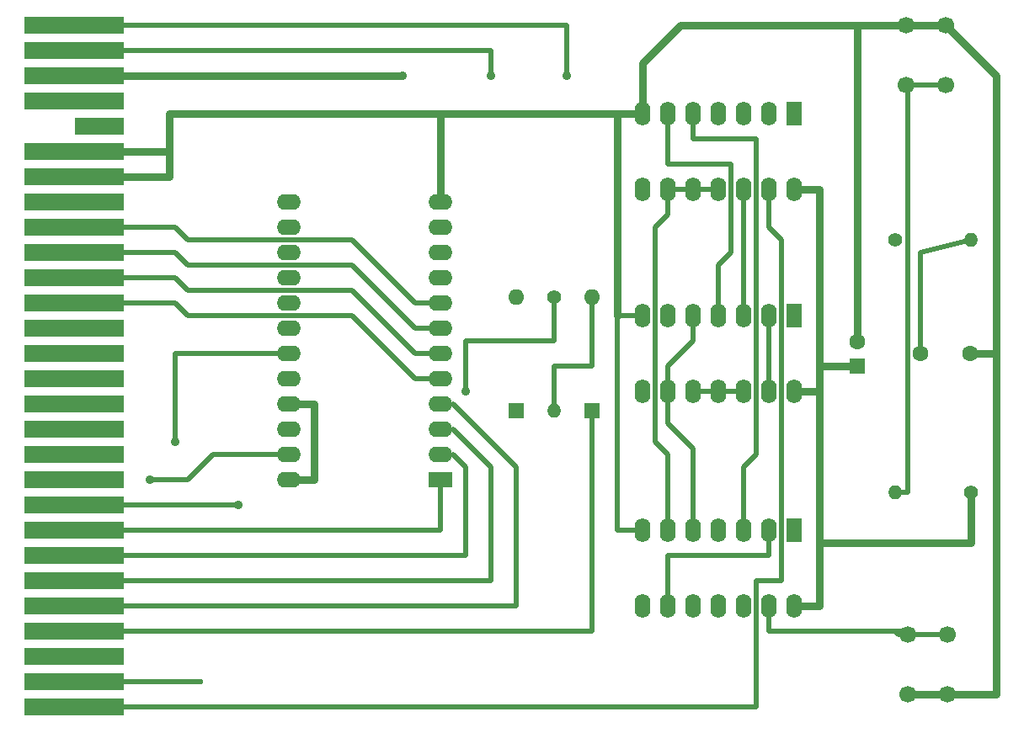
<source format=gbl>
G04 #@! TF.FileFunction,Copper,L2,Bot,Signal*
%FSLAX46Y46*%
G04 Gerber Fmt 4.6, Leading zero omitted, Abs format (unit mm)*
G04 Created by KiCad (PCBNEW 4.0.6) date 06/02/17 16:23:04*
%MOMM*%
%LPD*%
G01*
G04 APERTURE LIST*
%ADD10C,0.100000*%
%ADD11R,2.400000X1.600000*%
%ADD12O,2.400000X1.600000*%
%ADD13C,1.600000*%
%ADD14C,1.400000*%
%ADD15O,1.400000X1.400000*%
%ADD16C,1.700000*%
%ADD17R,1.600000X2.400000*%
%ADD18O,1.600000X2.400000*%
%ADD19R,1.600000X1.600000*%
%ADD20O,1.600000X1.600000*%
%ADD21R,10.000000X1.700000*%
%ADD22R,5.000000X1.700000*%
%ADD23C,0.900000*%
%ADD24C,0.600000*%
%ADD25C,0.508000*%
%ADD26C,0.762000*%
%ADD27C,0.304800*%
G04 APERTURE END LIST*
D10*
D11*
X127000000Y-97790000D03*
D12*
X111760000Y-69850000D03*
X127000000Y-95250000D03*
X111760000Y-72390000D03*
X127000000Y-92710000D03*
X111760000Y-74930000D03*
X127000000Y-90170000D03*
X111760000Y-77470000D03*
X127000000Y-87630000D03*
X111760000Y-80010000D03*
X127000000Y-85090000D03*
X111760000Y-82550000D03*
X127000000Y-82550000D03*
X111760000Y-85090000D03*
X127000000Y-80010000D03*
X111760000Y-87630000D03*
X127000000Y-77470000D03*
X111760000Y-90170000D03*
X127000000Y-74930000D03*
X111760000Y-92710000D03*
X127000000Y-72390000D03*
X111760000Y-95250000D03*
X127000000Y-69850000D03*
X111760000Y-97790000D03*
D13*
X175260000Y-85090000D03*
X180260000Y-85090000D03*
D14*
X172720000Y-73660000D03*
D15*
X180340000Y-73660000D03*
D14*
X180340000Y-99060000D03*
D15*
X172720000Y-99060000D03*
D16*
X173800000Y-58070000D03*
X173800000Y-52070000D03*
X177800000Y-58070000D03*
X177800000Y-52070000D03*
X177990000Y-113380000D03*
X177990000Y-119380000D03*
X173990000Y-113380000D03*
X173990000Y-119380000D03*
D17*
X162560000Y-81280000D03*
D18*
X147320000Y-88900000D03*
X160020000Y-81280000D03*
X149860000Y-88900000D03*
X157480000Y-81280000D03*
X152400000Y-88900000D03*
X154940000Y-81280000D03*
X154940000Y-88900000D03*
X152400000Y-81280000D03*
X157480000Y-88900000D03*
X149860000Y-81280000D03*
X160020000Y-88900000D03*
X147320000Y-81280000D03*
X162560000Y-88900000D03*
D17*
X162560000Y-102870000D03*
D18*
X147320000Y-110490000D03*
X160020000Y-102870000D03*
X149860000Y-110490000D03*
X157480000Y-102870000D03*
X152400000Y-110490000D03*
X154940000Y-102870000D03*
X154940000Y-110490000D03*
X152400000Y-102870000D03*
X157480000Y-110490000D03*
X149860000Y-102870000D03*
X160020000Y-110490000D03*
X147320000Y-102870000D03*
X162560000Y-110490000D03*
D17*
X162560000Y-60960000D03*
D18*
X147320000Y-68580000D03*
X160020000Y-60960000D03*
X149860000Y-68580000D03*
X157480000Y-60960000D03*
X152400000Y-68580000D03*
X154940000Y-60960000D03*
X154940000Y-68580000D03*
X152400000Y-60960000D03*
X157480000Y-68580000D03*
X149860000Y-60960000D03*
X160020000Y-68580000D03*
X147320000Y-60960000D03*
X162560000Y-68580000D03*
D14*
X138430000Y-79375000D03*
D15*
X138430000Y-90805000D03*
D19*
X134620000Y-90805000D03*
D20*
X134620000Y-79375000D03*
D19*
X142240000Y-90805000D03*
D20*
X142240000Y-79375000D03*
D21*
X90170000Y-120650000D03*
X90170000Y-118110000D03*
X90170000Y-115570000D03*
X90170000Y-113030000D03*
X90170000Y-110490000D03*
X90170000Y-107950000D03*
X90170000Y-105410000D03*
X90170000Y-102870000D03*
X90170000Y-100330000D03*
X90170000Y-97790000D03*
X90170000Y-95250000D03*
X90170000Y-92710000D03*
X90170000Y-90170000D03*
X90170000Y-87630000D03*
X90170000Y-85090000D03*
X90170000Y-82550000D03*
X90170000Y-80010000D03*
X90170000Y-77470000D03*
X90170000Y-74930000D03*
X90170000Y-72390000D03*
X90170000Y-69850000D03*
X90170000Y-67310000D03*
X90170000Y-64770000D03*
D22*
X92670000Y-62230000D03*
D21*
X90170000Y-59690000D03*
X90170000Y-57150000D03*
X90170000Y-54610000D03*
X90170000Y-52070000D03*
D19*
X168910000Y-86360000D03*
D13*
X168910000Y-83860000D03*
D23*
X129540000Y-88900000D03*
X123190000Y-57150000D03*
X139700000Y-57150000D03*
X132080000Y-57150000D03*
X106680000Y-100330000D03*
X97790000Y-97790000D03*
D24*
X102870000Y-118110000D03*
D23*
X100330000Y-93980000D03*
D25*
X157480000Y-68580000D02*
X157480000Y-81280000D01*
X154940000Y-88900000D02*
X152400000Y-88900000D01*
X157480000Y-88900000D02*
X154940000Y-88900000D01*
X149860000Y-60960000D02*
X149860000Y-66040000D01*
X149860000Y-66040000D02*
X156210000Y-66040000D01*
X156210000Y-66040000D02*
X156210000Y-74930000D01*
X156210000Y-74930000D02*
X154940000Y-76200000D01*
X154940000Y-76200000D02*
X154940000Y-81280000D01*
D26*
X168910000Y-76200000D02*
X168910000Y-83860000D01*
X182880000Y-85090000D02*
X182880000Y-57150000D01*
X182880000Y-57150000D02*
X177800000Y-52070000D01*
X177800000Y-52070000D02*
X173800000Y-52070000D01*
X127000000Y-60960000D02*
X99695000Y-60960000D01*
D25*
X144780000Y-81280000D02*
X144780000Y-102870000D01*
X144780000Y-102870000D02*
X147320000Y-102870000D01*
X147320000Y-81280000D02*
X144780000Y-81280000D01*
D26*
X144780000Y-81280000D02*
X144780000Y-60960000D01*
X147320000Y-60960000D02*
X144780000Y-60960000D01*
X144780000Y-60960000D02*
X127000000Y-60960000D01*
X127000000Y-60960000D02*
X127000000Y-69850000D01*
X173800000Y-52070000D02*
X151130000Y-52070000D01*
X147320000Y-55880000D02*
X147320000Y-60960000D01*
X151130000Y-52070000D02*
X147320000Y-55880000D01*
X168910000Y-77075000D02*
X168910000Y-76200000D01*
X168910000Y-76200000D02*
X168910000Y-52070000D01*
D27*
X168910000Y-52070000D02*
X173800000Y-52070000D01*
D26*
X173990000Y-119380000D02*
X177800000Y-119380000D01*
X177800000Y-119380000D02*
X182880000Y-119380000D01*
X182880000Y-119380000D02*
X182880000Y-119380000D01*
X182880000Y-119380000D02*
X182880000Y-85090000D01*
X182880000Y-85090000D02*
X182880000Y-85090000D01*
X182880000Y-85090000D02*
X180340000Y-85090000D01*
X99695000Y-60960000D02*
X99695000Y-64770000D01*
X99695000Y-64770000D02*
X99695000Y-67310000D01*
X91440000Y-64770000D02*
X99695000Y-64770000D01*
X99695000Y-67310000D02*
X91440000Y-67310000D01*
D25*
X160020000Y-102870000D02*
X160020000Y-105410000D01*
X149860000Y-105410000D02*
X149860000Y-110490000D01*
X160020000Y-105410000D02*
X149860000Y-105410000D01*
X154940000Y-68580000D02*
X152400000Y-68580000D01*
X149860000Y-68580000D02*
X152400000Y-68580000D01*
X149860000Y-102870000D02*
X149860000Y-95250000D01*
X149860000Y-71120000D02*
X149860000Y-68580000D01*
X148590000Y-72390000D02*
X149860000Y-71120000D01*
X148590000Y-93980000D02*
X148590000Y-72390000D01*
X149860000Y-95250000D02*
X148590000Y-93980000D01*
X160020000Y-81280000D02*
X160020000Y-88900000D01*
X180340000Y-73660000D02*
X175260000Y-74930000D01*
X175260000Y-74930000D02*
X175260000Y-85090000D01*
X142240000Y-86360000D02*
X142240000Y-79375000D01*
X138430000Y-90805000D02*
X138430000Y-88900000D01*
X138430000Y-88900000D02*
X138430000Y-86360000D01*
X138430000Y-86360000D02*
X142240000Y-86360000D01*
D26*
X111760000Y-90170000D02*
X114300000Y-90170000D01*
X114300000Y-97790000D02*
X111760000Y-97790000D01*
X114300000Y-90170000D02*
X114300000Y-97790000D01*
X168910000Y-86360000D02*
X165100000Y-86360000D01*
D25*
X129540000Y-88900000D02*
X129540000Y-83820000D01*
X129540000Y-83820000D02*
X138430000Y-83820000D01*
X138430000Y-83820000D02*
X138430000Y-79375000D01*
D26*
X123190000Y-57150000D02*
X91440000Y-57150000D01*
X180340000Y-99060000D02*
X180340000Y-104140000D01*
X180340000Y-104140000D02*
X165100000Y-104140000D01*
X162560000Y-88900000D02*
X165100000Y-88900000D01*
X162560000Y-110490000D02*
X165100000Y-110490000D01*
X165100000Y-68580000D02*
X162560000Y-68580000D01*
X165100000Y-110490000D02*
X165100000Y-104140000D01*
X165100000Y-104140000D02*
X165100000Y-92075000D01*
X165100000Y-92075000D02*
X165100000Y-88900000D01*
X165100000Y-88900000D02*
X165100000Y-86360000D01*
X165100000Y-86360000D02*
X165100000Y-68580000D01*
D25*
X149860000Y-88900000D02*
X149860000Y-92075000D01*
X152400000Y-94615000D02*
X152400000Y-102870000D01*
X149860000Y-92075000D02*
X152400000Y-94615000D01*
X152400000Y-81280000D02*
X152400000Y-83820000D01*
X149860000Y-86360000D02*
X149860000Y-88900000D01*
X152400000Y-83820000D02*
X149860000Y-86360000D01*
X177800000Y-58070000D02*
X173800000Y-58070000D01*
D27*
X173800000Y-58070000D02*
X173990000Y-58260000D01*
D25*
X173990000Y-58260000D02*
X173990000Y-99060000D01*
X173990000Y-99060000D02*
X172720000Y-99060000D01*
X90170000Y-113030000D02*
X96520000Y-113030000D01*
X142240000Y-113030000D02*
X96520000Y-113030000D01*
X96520000Y-113030000D02*
X91440000Y-113030000D01*
X142240000Y-90805000D02*
X142240000Y-113030000D01*
X139700000Y-52070000D02*
X139700000Y-57150000D01*
X93980000Y-52070000D02*
X139700000Y-52070000D01*
X91440000Y-52070000D02*
X93980000Y-52070000D01*
X132080000Y-54610000D02*
X132080000Y-57150000D01*
X91440000Y-54610000D02*
X132080000Y-54610000D01*
X100330000Y-72390000D02*
X91440000Y-72390000D01*
X101600000Y-73660000D02*
X100330000Y-72390000D01*
X118110000Y-73660000D02*
X101600000Y-73660000D01*
X124460000Y-80010000D02*
X118110000Y-73660000D01*
X127000000Y-80010000D02*
X124460000Y-80010000D01*
X100330000Y-74930000D02*
X91440000Y-74930000D01*
X101600000Y-76200000D02*
X100330000Y-74930000D01*
X118110000Y-76200000D02*
X101600000Y-76200000D01*
X124460000Y-82550000D02*
X118110000Y-76200000D01*
X127000000Y-82550000D02*
X124460000Y-82550000D01*
X100330000Y-77470000D02*
X91440000Y-77470000D01*
X101600000Y-78740000D02*
X100330000Y-77470000D01*
X118110000Y-78740000D02*
X101600000Y-78740000D01*
X124460000Y-85090000D02*
X118110000Y-78740000D01*
X127000000Y-85090000D02*
X124460000Y-85090000D01*
X100330000Y-80010000D02*
X91440000Y-80010000D01*
X101600000Y-81280000D02*
X100330000Y-80010000D01*
X118110000Y-81280000D02*
X101600000Y-81280000D01*
X124460000Y-87630000D02*
X118110000Y-81280000D01*
X127000000Y-87630000D02*
X124460000Y-87630000D01*
X157480000Y-102870000D02*
X157480000Y-96520000D01*
X152400000Y-63500000D02*
X152400000Y-60960000D01*
X158750000Y-63500000D02*
X152400000Y-63500000D01*
X158750000Y-95250000D02*
X158750000Y-63500000D01*
X157480000Y-96520000D02*
X158750000Y-95250000D01*
X172720000Y-113030000D02*
X173640000Y-113030000D01*
X173640000Y-113030000D02*
X173990000Y-113380000D01*
X160020000Y-110490000D02*
X160020000Y-113030000D01*
X173070000Y-113380000D02*
X177990000Y-113380000D01*
X172720000Y-113030000D02*
X173070000Y-113380000D01*
X160020000Y-113030000D02*
X172720000Y-113030000D01*
X106680000Y-100330000D02*
X91440000Y-100330000D01*
X127000000Y-97790000D02*
X127000000Y-102870000D01*
X127000000Y-102870000D02*
X91440000Y-102870000D01*
D27*
X127000000Y-95250000D02*
X128270000Y-95250000D01*
D25*
X129540000Y-105410000D02*
X91440000Y-105410000D01*
X129540000Y-96520000D02*
X129540000Y-105410000D01*
X128270000Y-95250000D02*
X129540000Y-96520000D01*
D27*
X127000000Y-92710000D02*
X128270000Y-92710000D01*
D25*
X132080000Y-107950000D02*
X91440000Y-107950000D01*
X132080000Y-96520000D02*
X132080000Y-107950000D01*
X128270000Y-92710000D02*
X132080000Y-96520000D01*
D27*
X127000000Y-90170000D02*
X128270000Y-90170000D01*
D25*
X134620000Y-110490000D02*
X91440000Y-110490000D01*
X134620000Y-96520000D02*
X134620000Y-110490000D01*
X128270000Y-90170000D02*
X134620000Y-96520000D01*
X111760000Y-95250000D02*
X104140000Y-95250000D01*
X101600000Y-97790000D02*
X104140000Y-95250000D01*
X97790000Y-97790000D02*
X101600000Y-97790000D01*
X102870000Y-118110000D02*
X91440000Y-118110000D01*
X100330000Y-93980000D02*
X100330000Y-85090000D01*
X100330000Y-85090000D02*
X111760000Y-85090000D01*
X158750000Y-120650000D02*
X158750000Y-107950000D01*
X158750000Y-107950000D02*
X161290000Y-107950000D01*
X161290000Y-107950000D02*
X161290000Y-73660000D01*
X91440000Y-120650000D02*
X157480000Y-120650000D01*
X157480000Y-120650000D02*
X158750000Y-120650000D01*
X161290000Y-73660000D02*
X160020000Y-72390000D01*
X160020000Y-72390000D02*
X160020000Y-68580000D01*
M02*

</source>
